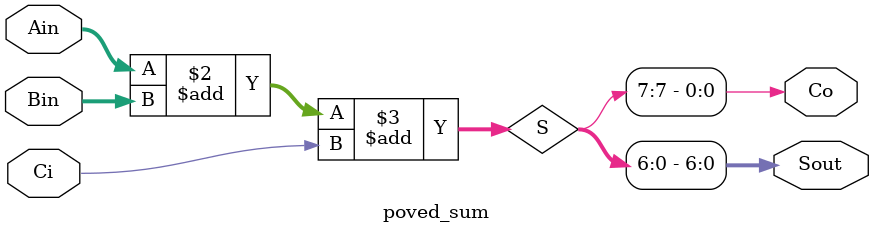
<source format=v>
module poved_sum (Ain, Bin, Ci, Sout, Co);
  input [6:0] Ain, Bin;
  input Ci;
  output [6:0] Sout;
  output Co;

  reg [7:0] S;
  assign Sout = S[6:0];
  assign Co = S[7];

  always @(Ain, Bin, Ci)
    S = Ain + Bin + Ci;
endmodule


</source>
